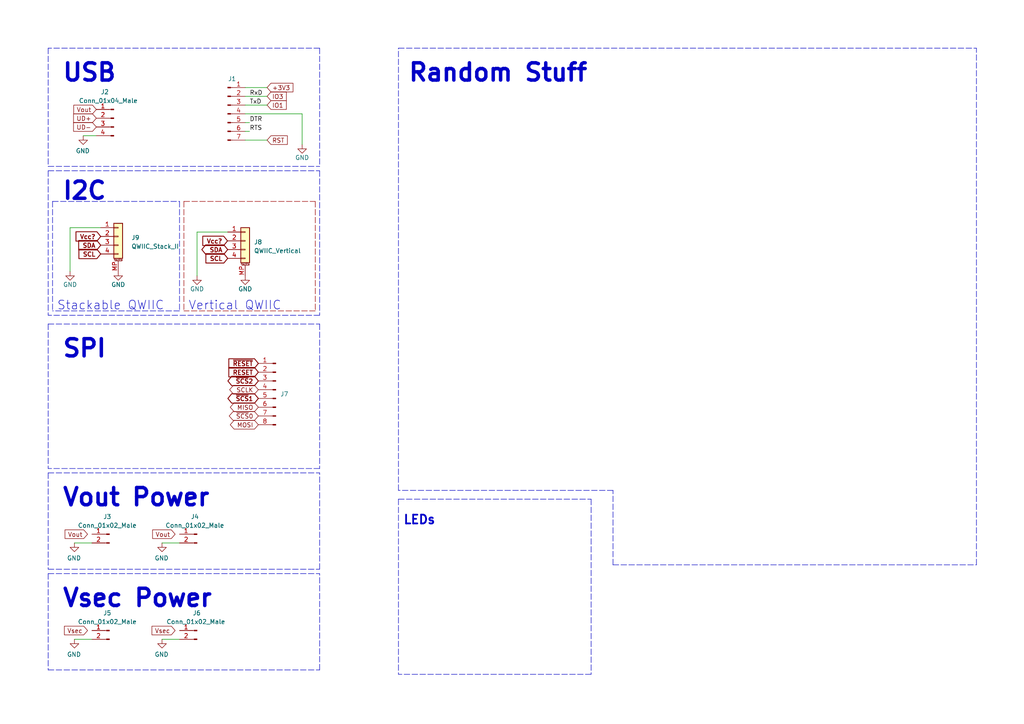
<source format=kicad_sch>
(kicad_sch (version 20211123) (generator eeschema)
  (paper "A4")
  (title_block (title "Prototype Board") (rev "0.2.2") (company "The Nerd Mage"))
  (lib_symbols
    (symbol "Connector:Conn_01x02_Male" (pin_names (offset 1.016) hide)
      (property "Reference" "J" (at 0 2.54 0))
      (property "Value" "Conn_01x02_Male" (at 0 -5.08 0))
      (symbol "Conn_01x02_Male_1_1"
        (polyline (pts (xy 1.27 -2.54) (xy 0.8636 -2.54)) (stroke (width 0.1524)))
        (polyline (pts (xy 1.27 0) (xy 0.8636 0)) (stroke (width 0.1524)))
        (rectangle (start 0.8636 -2.413) (end 0 -2.667) (stroke (width 0.1524)) (fill (type outline)))
        (rectangle (start 0.8636 0.127) (end 0 -0.127) (stroke (width 0.1524)) (fill (type outline)))
        (pin passive line (at 5.08 0 180) (length 3.81) (name "Pin_1") (number "1"))
        (pin passive line (at 5.08 -2.54 180) (length 3.81) (name "Pin_2") (number "2"))
      )
    )
    (symbol "Connector:Conn_01x04_Male" (pin_names (offset 1.016) hide)
      (property "Reference" "J" (at 0 5.08 0))
      (property "Value" "Conn_01x04_Male" (at 0 -7.62 0))
      (symbol "Conn_01x04_Male_1_1"
        (polyline (pts (xy 1.27 -5.08) (xy 0.8636 -5.08)) (stroke (width 0.1524)))
        (polyline (pts (xy 1.27 -2.54) (xy 0.8636 -2.54)) (stroke (width 0.1524)))
        (polyline (pts (xy 1.27 0) (xy 0.8636 0)) (stroke (width 0.1524)))
        (polyline (pts (xy 1.27 2.54) (xy 0.8636 2.54)) (stroke (width 0.1524)))
        (rectangle (start 0.8636 -4.953) (end 0 -5.207) (stroke (width 0.1524)) (fill (type outline)))
        (rectangle (start 0.8636 -2.413) (end 0 -2.667) (stroke (width 0.1524)) (fill (type outline)))
        (rectangle (start 0.8636 0.127) (end 0 -0.127) (stroke (width 0.1524)) (fill (type outline)))
        (rectangle (start 0.8636 2.667) (end 0 2.413) (stroke (width 0.1524)) (fill (type outline)))
        (pin passive line (at 5.08 2.54 180) (length 3.81) (name "Pin_1") (number "1"))
        (pin passive line (at 5.08 0 180) (length 3.81) (name "Pin_2") (number "2"))
        (pin passive line (at 5.08 -2.54 180) (length 3.81) (name "Pin_3") (number "3"))
        (pin passive line (at 5.08 -5.08 180) (length 3.81) (name "Pin_4") (number "4"))
      )
    )
    (symbol "Connector:Conn_01x07_Male" (pin_names (offset 1.016) hide)
      (property "Reference" "J" (at 0 10.16 0))
      (property "Value" "Conn_01x07_Male" (at 0 -10.16 0))
      (symbol "Conn_01x07_Male_1_1"
        (polyline (pts (xy 1.27 -7.62) (xy 0.8636 -7.62)) (stroke (width 0.1524)))
        (polyline (pts (xy 1.27 -5.08) (xy 0.8636 -5.08)) (stroke (width 0.1524)))
        (polyline (pts (xy 1.27 -2.54) (xy 0.8636 -2.54)) (stroke (width 0.1524)))
        (polyline (pts (xy 1.27 0) (xy 0.8636 0)) (stroke (width 0.1524)))
        (polyline (pts (xy 1.27 2.54) (xy 0.8636 2.54)) (stroke (width 0.1524)))
        (polyline (pts (xy 1.27 5.08) (xy 0.8636 5.08)) (stroke (width 0.1524)))
        (polyline (pts (xy 1.27 7.62) (xy 0.8636 7.62)) (stroke (width 0.1524)))
        (rectangle (start 0.8636 -7.493) (end 0 -7.747) (stroke (width 0.1524)) (fill (type outline)))
        (rectangle (start 0.8636 -4.953) (end 0 -5.207) (stroke (width 0.1524)) (fill (type outline)))
        (rectangle (start 0.8636 -2.413) (end 0 -2.667) (stroke (width 0.1524)) (fill (type outline)))
        (rectangle (start 0.8636 0.127) (end 0 -0.127) (stroke (width 0.1524)) (fill (type outline)))
        (rectangle (start 0.8636 2.667) (end 0 2.413) (stroke (width 0.1524)) (fill (type outline)))
        (rectangle (start 0.8636 5.207) (end 0 4.953) (stroke (width 0.1524)) (fill (type outline)))
        (rectangle (start 0.8636 7.747) (end 0 7.493) (stroke (width 0.1524)) (fill (type outline)))
        (pin passive line (at 5.08 7.62 180) (length 3.81) (name "Pin_1") (number "1"))
        (pin passive line (at 5.08 5.08 180) (length 3.81) (name "Pin_2") (number "2"))
        (pin passive line (at 5.08 2.54 180) (length 3.81) (name "Pin_3") (number "3"))
        (pin passive line (at 5.08 0 180) (length 3.81) (name "Pin_4") (number "4"))
        (pin passive line (at 5.08 -2.54 180) (length 3.81) (name "Pin_5") (number "5"))
        (pin passive line (at 5.08 -5.08 180) (length 3.81) (name "Pin_6") (number "6"))
        (pin passive line (at 5.08 -7.62 180) (length 3.81) (name "Pin_7") (number "7"))
      )
    )
    (symbol "Connector:Conn_01x08_Male" (pin_names (offset 1.016) hide)
      (property "Reference" "J" (at 0 10.16 0))
      (property "Value" "Conn_01x08_Male" (at 0 -12.7 0))
      (symbol "Conn_01x08_Male_1_1"
        (polyline (pts (xy 1.27 -10.16) (xy 0.8636 -10.16)) (stroke (width 0.1524)))
        (polyline (pts (xy 1.27 -7.62) (xy 0.8636 -7.62)) (stroke (width 0.1524)))
        (polyline (pts (xy 1.27 -5.08) (xy 0.8636 -5.08)) (stroke (width 0.1524)))
        (polyline (pts (xy 1.27 -2.54) (xy 0.8636 -2.54)) (stroke (width 0.1524)))
        (polyline (pts (xy 1.27 0) (xy 0.8636 0)) (stroke (width 0.1524)))
        (polyline (pts (xy 1.27 2.54) (xy 0.8636 2.54)) (stroke (width 0.1524)))
        (polyline (pts (xy 1.27 5.08) (xy 0.8636 5.08)) (stroke (width 0.1524)))
        (polyline (pts (xy 1.27 7.62) (xy 0.8636 7.62)) (stroke (width 0.1524)))
        (rectangle (start 0.8636 -10.033) (end 0 -10.287) (stroke (width 0.1524)) (fill (type outline)))
        (rectangle (start 0.8636 -7.493) (end 0 -7.747) (stroke (width 0.1524)) (fill (type outline)))
        (rectangle (start 0.8636 -4.953) (end 0 -5.207) (stroke (width 0.1524)) (fill (type outline)))
        (rectangle (start 0.8636 -2.413) (end 0 -2.667) (stroke (width 0.1524)) (fill (type outline)))
        (rectangle (start 0.8636 0.127) (end 0 -0.127) (stroke (width 0.1524)) (fill (type outline)))
        (rectangle (start 0.8636 2.667) (end 0 2.413) (stroke (width 0.1524)) (fill (type outline)))
        (rectangle (start 0.8636 5.207) (end 0 4.953) (stroke (width 0.1524)) (fill (type outline)))
        (rectangle (start 0.8636 7.747) (end 0 7.493) (stroke (width 0.1524)) (fill (type outline)))
        (pin passive line (at 5.08 7.62 180) (length 3.81) (name "Pin_1") (number "1"))
        (pin passive line (at 5.08 5.08 180) (length 3.81) (name "Pin_2") (number "2"))
        (pin passive line (at 5.08 2.54 180) (length 3.81) (name "Pin_3") (number "3"))
        (pin passive line (at 5.08 0 180) (length 3.81) (name "Pin_4") (number "4"))
        (pin passive line (at 5.08 -2.54 180) (length 3.81) (name "Pin_5") (number "5"))
        (pin passive line (at 5.08 -5.08 180) (length 3.81) (name "Pin_6") (number "6"))
        (pin passive line (at 5.08 -7.62 180) (length 3.81) (name "Pin_7") (number "7"))
        (pin passive line (at 5.08 -10.16 180) (length 3.81) (name "Pin_8") (number "8"))
      )
    )
    (symbol "Connector_Generic_MountingPin:Conn_01x04_MountingPin" (pin_names (offset 1.016) hide)
      (property "Reference" "J" (at 0 5.08 0))
      (property "Value" "Conn_01x04_MountingPin" (at 1.27 -7.62 0))
      (symbol "Conn_01x04_MountingPin_1_1"
        (rectangle (start -1.27 -4.953) (end 0 -5.207) (stroke (width 0.1524)))
        (rectangle (start -1.27 -2.413) (end 0 -2.667) (stroke (width 0.1524)))
        (rectangle (start -1.27 0.127) (end 0 -0.127) (stroke (width 0.1524)))
        (rectangle (start -1.27 2.667) (end 0 2.413) (stroke (width 0.1524)))
        (rectangle (start -1.27 3.81) (end 1.27 -6.35) (stroke (width 0.254)) (fill (type background)))
        (polyline (pts (xy -1.016 -7.112) (xy 1.016 -7.112)) (stroke (width 0.1524)))
        (text "Mounting" (at 0 -6.731 0) (effects (font (size 0.381 0.381))))
        (pin passive line (at -5.08 2.54 0) (length 3.81) (name "Pin_1") (number "1"))
        (pin passive line (at -5.08 0 0) (length 3.81) (name "Pin_2") (number "2"))
        (pin passive line (at -5.08 -2.54 0) (length 3.81) (name "Pin_3") (number "3"))
        (pin passive line (at -5.08 -5.08 0) (length 3.81) (name "Pin_4") (number "4"))
        (pin passive line (at 0 -10.16 90) (length 3.048) (name "MountPin") (number "MP"))
      )
    )
    (symbol "Connector_QWIIC_Stackable:QWIIC_Stackable" (pin_names (offset 1.016) hide)
      (property "Reference" "J" (at 0 5.08 0))
      (property "Value" "QWIIC_Stackable" (at 1.27 -7.62 0))
      (symbol "QWIIC_Stackable_1_1"
        (rectangle (start -1.27 -4.953) (end 0 -5.207) (stroke (width 0.1524)))
        (rectangle (start -1.27 -2.413) (end 0 -2.667) (stroke (width 0.1524)))
        (rectangle (start -1.27 0.127) (end 0 -0.127) (stroke (width 0.1524)))
        (rectangle (start -1.27 2.667) (end 0 2.413) (stroke (width 0.1524)))
        (rectangle (start -1.27 3.81) (end 1.27 -6.35) (stroke (width 0.254)) (fill (type background)))
        (polyline (pts (xy -1.016 -7.112) (xy 1.016 -7.112)) (stroke (width 0.1524)))
        (text "Mounting" (at 0 -6.731 0) (effects (font (size 0.381 0.381))))
        (pin passive line (at -5.08 2.54 0) (length 3.81) (name "Pin_1") (number "1"))
        (pin passive line (at -5.08 0 0) (length 3.81) (name "Pin_2") (number "2"))
        (pin passive line (at -5.08 -2.54 0) (length 3.81) (name "Pin_3") (number "3"))
        (pin passive line (at -5.08 -5.08 0) (length 3.81) (name "Pin_4") (number "4"))
        (pin passive line (at 0 -10.16 90) (length 3.048) (name "MountPin") (number "MP"))
      )
    )
    (symbol "power:GND" (power) (pin_names (offset 0))
      (property "Value" "GND" (at 0 -3.81 0))
      (symbol "GND_0_1"
        (polyline (pts (xy 0 0) (xy 0 -1.27) (xy 1.27 -1.27) (xy 0 -2.54) (xy -1.27 -1.27) (xy 0 -1.27)))
      )
      (symbol "GND_1_1"
        (pin power_in line (at 0 0 270) (length 0) hide (name "GND") (number "1"))
      )
    )
  )
  (polyline (pts (xy 115.57 144.78) (xy 171.45 144.78)))
  (wire (pts (xy 71.12 25.4) (xy 77.47 25.4)))
  (polyline (pts (xy 13.97 194.31) (xy 92.71 194.31)))
  (polyline (pts (xy 115.57 144.78) (xy 115.57 195.58)))
  (polyline (pts (xy 92.71 194.31) (xy 92.71 166.37)))
  (polyline (pts (xy 92.71 91.44) (xy 13.97 91.44)))
  (polyline (pts (xy 53.34 58.42) (xy 91.44 58.42)) (stroke (width 0) (color 155 0 0 1)))
  (wire (pts (xy 71.12 30.48) (xy 77.47 30.48)))
  (wire (pts (xy 29.21 66.04) (xy 20.32 66.04)))
  (polyline (pts (xy 53.34 58.42) (xy 53.34 90.17)) (stroke (width 0) (color 155 0 0 1)))
  (polyline (pts (xy 13.97 49.53) (xy 92.71 49.53)))
  (polyline (pts (xy 13.97 166.37) (xy 92.71 166.37)))
  (polyline (pts (xy 92.71 93.98) (xy 92.71 135.89)))
  (polyline (pts (xy 171.45 195.58) (xy 115.57 195.58)))
  (polyline (pts (xy 15.24 58.42) (xy 52.07 58.42)))
  (wire (pts (xy 27.94 39.37) (xy 24.13 39.37)))
  (polyline (pts (xy 115.57 142.24) (xy 115.57 13.97)))
  (polyline (pts (xy 92.71 13.97) (xy 13.97 13.97)))
  (polyline (pts (xy 91.44 58.42) (xy 91.44 90.17)) (stroke (width 0) (color 155 0 0 1)))
  (wire (pts (xy 66.04 69.85) (xy 65.9851 69.8684)))
  (polyline (pts (xy 15.24 58.42) (xy 15.24 90.17)))
  (wire (pts (xy 71.12 40.64) (xy 77.47 40.64)))
  (polyline (pts (xy 115.57 13.97) (xy 283.21 13.97)))
  (polyline (pts (xy 177.8 142.24) (xy 115.57 142.24)))
  (wire (pts (xy 87.63 33.02) (xy 71.12 33.02)))
  (polyline (pts (xy 13.97 137.16) (xy 13.97 165.1)))
  (polyline (pts (xy 92.71 49.53) (xy 92.71 91.44)))
  (wire (pts (xy 46.99 157.48) (xy 52.07 157.48)))
  (wire (pts (xy 21.59 157.48) (xy 26.67 157.48)))
  (wire (pts (xy 71.12 38.1) (xy 72.39 38.1)))
  (polyline (pts (xy 177.8 163.83) (xy 177.8 142.24)))
  (polyline (pts (xy 13.97 93.98) (xy 92.71 93.98)))
  (wire (pts (xy 71.12 27.94) (xy 77.47 27.94)))
  (wire (pts (xy 57.15 67.31) (xy 57.15 80.01)))
  (polyline (pts (xy 13.97 166.37) (xy 13.97 194.31)))
  (polyline (pts (xy 91.44 90.17) (xy 53.34 90.17)) (stroke (width 0) (color 155 0 0 1)))
  (polyline (pts (xy 13.97 13.97) (xy 13.97 48.26)))
  (wire (pts (xy 46.99 185.42) (xy 52.07 185.42)))
  (polyline (pts (xy 13.97 137.16) (xy 92.71 137.16)))
  (polyline (pts (xy 52.07 90.17) (xy 15.24 90.17)))
  (wire (pts (xy 66.04 67.31) (xy 57.15 67.31)))
  (wire (pts (xy 87.63 41.91) (xy 87.63 33.02)))
  (polyline (pts (xy 52.07 58.42) (xy 52.07 90.17)))
  (polyline (pts (xy 177.8 163.83) (xy 283.21 163.83)))
  (polyline (pts (xy 92.71 165.1) (xy 92.71 137.16)))
  (wire (pts (xy 20.32 66.04) (xy 20.32 78.74)))
  (polyline (pts (xy 92.71 13.97) (xy 92.71 48.26)))
  (polyline (pts (xy 171.45 144.78) (xy 171.45 195.58)))
  (polyline (pts (xy 13.97 93.98) (xy 13.97 135.89)))
  (wire (pts (xy 71.12 35.56) (xy 72.39 35.56)))
  (polyline (pts (xy 283.21 163.83) (xy 283.21 13.97)))
  (polyline (pts (xy 13.97 48.26) (xy 92.71 48.26)))
  (polyline (pts (xy 13.97 165.1) (xy 92.71 165.1)))
  (polyline (pts (xy 92.71 135.89) (xy 13.97 135.89)))
  (wire (pts (xy 21.59 185.42) (xy 26.67 185.42)))
  (polyline (pts (xy 13.97 49.53) (xy 13.97 91.44)))
  (text "Vout Power" (at 17.78 147.32 0) (effects (font (size 5 5) (thickness 1) bold) (justify left bottom)))
  (text "I2C" (at 17.78 58.42 0) (effects (font (size 5 5) (thickness 1) bold) (justify left bottom)))
  (text "Stackable QWIIC" (at 16.51 90.17 0) (effects (font (size 2.54 2.54)) (justify left bottom)))
  (text "SPI" (at 17.78 104.14 0) (effects (font (size 5 5) (thickness 1) bold) (justify left bottom)))
  (text "Vsec Power" (at 17.78 176.53 0) (effects (font (size 5 5) (thickness 1) bold) (justify left bottom)))
  (text "USB" (at 17.78 24.13 0) (effects (font (size 5 5) (thickness 1) bold) (justify left bottom)))
  (text "Random Stuff" (at 118.11 24.13 0) (effects (font (size 5 5) (thickness 1) bold) (justify left bottom)))
  (text "Vertical QWIIC" (at 54.61 90.17 0) (effects (font (size 2.54 2.54)) (justify left bottom)))
  (text "LEDs" (at 116.84 152.4 180) (effects (font (size 2.54 2.54) (thickness 0.508) bold) (justify left bottom)))
  (label "TxD" (at 72.39 30.48 0))
  (label "DTR" (at 72.39 35.56 0))
  (label "RTS" (at 72.39 38.1 0))
  (label "RxD" (at 72.39 27.94 0))
  (global_label "Vcc?" (shape input) (at 29.21 68.58 180) (effects (font (thickness 0.254) bold)) (property "Intersheet References" "${INTERSHEET_REFS}" (effects hide)))
  (global_label "Vout" (shape input) (at 27.94 31.75 180) (property "Intersheet References" "${INTERSHEET_REFS}" (effects hide)))
  (global_label "SCL" (shape input) (at 66.04 74.93 180) (effects (font (thickness 0.254) bold)) (property "Intersheet References" "${INTERSHEET_REFS}" (effects hide)))
  (global_label "~{SCS}0" (shape bidirectional) (at 74.93 120.65 180) (property "Intersheet References" "${INTERSHEET_REFS}" (effects hide)))
  (global_label "SDA" (shape bidirectional) (at 66.04 72.39 180) (effects (font bold)) (property "Intersheet References" "${INTERSHEET_REFS}" (effects hide)))
  (global_label "Vout" (shape input) (at 25.4 154.94 180) (property "Intersheet References" "${INTERSHEET_REFS}" (effects hide)))
  (global_label "MOSI" (shape bidirectional) (at 74.93 123.19 180) (property "Intersheet References" "${INTERSHEET_REFS}" (effects hide)))
  (global_label "IO3" (shape input) (at 77.47 27.94 0) (property "Intersheet References" "${INTERSHEET_REFS}" (effects hide)))
  (global_label "Vout" (shape input) (at 50.8 154.94 180) (property "Intersheet References" "${INTERSHEET_REFS}" (effects hide)))
  (global_label "Vsec" (shape input) (at 25.4 182.88 180) (property "Intersheet References" "${INTERSHEET_REFS}" (effects hide)))
  (global_label "IO1" (shape input) (at 77.47 30.48 0) (property "Intersheet References" "${INTERSHEET_REFS}" (effects hide)))
  (global_label "UD-" (shape input) (at 27.94 36.83 180) (property "Intersheet References" "${INTERSHEET_REFS}" (effects hide)))
  (global_label "~{RESET}" (shape input) (at 74.93 105.41 180) (effects (font (thickness 0.254) bold)) (property "Intersheet References" "${INTERSHEET_REFS}" (effects hide)))
  (global_label "SCLK" (shape bidirectional) (at 74.93 113.03 180) (property "Intersheet References" "${INTERSHEET_REFS}" (effects hide)))
  (global_label "SDA" (shape input) (at 29.21 71.12 180) (effects (font bold)) (property "Intersheet References" "${INTERSHEET_REFS}" (effects hide)))
  (global_label "Vcc?" (shape input) (at 65.9851 69.8684 180) (effects (font (thickness 0.254) bold)) (property "Intersheet References" "${INTERSHEET_REFS}" (effects hide)))
  (global_label "~{SCS}2" (shape bidirectional) (at 74.93 110.49 180) (effects (font (thickness 0.254) bold)) (property "Intersheet References" "${INTERSHEET_REFS}" (effects hide)))
  (global_label "+3V3" (shape input) (at 77.47 25.4 0) (property "Intersheet References" "${INTERSHEET_REFS}" (effects hide)))
  (global_label "~{SCS}1" (shape bidirectional) (at 74.93 115.57 180) (effects (font (thickness 0.254) bold)) (property "Intersheet References" "${INTERSHEET_REFS}" (effects hide)))
  (global_label "SCL" (shape input) (at 29.21 73.66 180) (effects (font (thickness 0.254) bold)) (property "Intersheet References" "${INTERSHEET_REFS}" (effects hide)))
  (global_label "MISO" (shape bidirectional) (at 74.93 118.11 180) (property "Intersheet References" "${INTERSHEET_REFS}" (effects hide)))
  (global_label "Vsec" (shape input) (at 50.8 182.88 180) (property "Intersheet References" "${INTERSHEET_REFS}" (effects hide)))
  (global_label "RESET" (shape input) (at 74.93 107.95 180) (effects (font (thickness 0.254) bold)) (property "Intersheet References" "${INTERSHEET_REFS}" (effects hide)))
  (global_label "UD+" (shape input) (at 27.94 34.29 180) (property "Intersheet References" "${INTERSHEET_REFS}" (effects hide)))
  (global_label "RST" (shape input) (at 77.47 40.64 0) (property "Intersheet References" "${INTERSHEET_REFS}" (effects hide)))
  (symbol (lib_id "Connector:Conn_01x02_Male") (at 31.75 154.94 0) (mirror y) (unit 1)
    (property "Reference" "J3" (at 31.115 149.86 0))
    (property "Value" "Conn_01x02_Male" (at 31.115 152.4 0))
    (property "Footprint" "Tinker:Board_Stacker_2" (effects hide))
    (property "LCSC" "C2938400 + C2881511" (effects hide))
  )
  (symbol (lib_id "power:GND") (at 24.13 39.37 0) (mirror y) (unit 1)
    (property "Reference" "#PWR0106" (effects hide))
    (property "Value" "GND" (at 24.003 43.7642 0))
  )
  (symbol (lib_id "Connector:Conn_01x02_Male") (at 57.15 154.94 0) (mirror y) (unit 1)
    (property "Reference" "J4" (at 56.515 149.86 0))
    (property "Value" "Conn_01x02_Male" (at 56.515 152.4 0))
    (property "Footprint" "Tinker:Board_Stacker_2" (effects hide))
    (property "LCSC" "C2938400 + C2881511" (effects hide))
  )
  (symbol (lib_id "power:GND") (at 57.15 80.01 0) (unit 1)
    (property "Reference" "#PWR?" (effects hide))
    (property "Value" "GND" (at 57.15 83.82 0))
  )
  (symbol (lib_id "power:GND") (at 87.63 41.91 0) (unit 1)
    (property "Reference" "#PWR0103" (effects hide))
    (property "Value" "GND" (at 87.63 45.72 0))
  )
  (symbol (lib_id "Connector_Generic_MountingPin:Conn_01x04_MountingPin") (at 71.12 69.85 0) (unit 1) (in_bom no) (on_board no)
    (property "Reference" "J8" (at 73.66 70.2055 0) (effects (justify left)))
    (property "Value" "QWIIC_Vertical" (at 73.66 72.7455 0) (effects (justify left)))
    (property "Footprint" "Tinker:QWIIC_Vertical" (effects hide))
    (property "LCSC" "C145961" (effects hide))
  )
  (symbol (lib_id "power:GND") (at 21.59 157.48 0) (mirror y) (unit 1)
    (property "Reference" "#PWR0104" (effects hide))
    (property "Value" "GND" (at 21.463 161.8742 0))
  )
  (symbol (lib_id "power:GND") (at 46.99 185.42 0) (mirror y) (unit 1)
    (property "Reference" "#PWR0101" (effects hide))
    (property "Value" "GND" (at 46.863 189.8142 0))
  )
  (symbol (lib_id "power:GND") (at 46.99 157.48 0) (mirror y) (unit 1)
    (property "Reference" "#PWR0102" (effects hide))
    (property "Value" "GND" (at 46.863 161.8742 0))
  )
  (symbol (lib_id "power:GND") (at 21.59 185.42 0) (mirror y) (unit 1)
    (property "Reference" "#PWR0120" (effects hide))
    (property "Value" "GND" (at 21.463 189.8142 0))
  )
  (symbol (lib_id "Connector:Conn_01x07_Male") (at 66.04 33.02 0) (unit 1) (in_bom no) (on_board no)
    (property "Reference" "J1" (at 67.31 22.86 0))
    (property "Value" "Conn_01x07_Male" (effects hide))
    (property "Footprint" "Tinker:Board_Stacker_7" (effects hide))
    (property "Note" "Footprint only" (effects hide))
  )
  (symbol (lib_id "Connector_QWIIC_Stackable:QWIIC_Stackable") (at 34.29 68.58 0) (unit 1)
    (property "Reference" "J9" (at 38.1 68.9355 0) (effects (justify left)))
    (property "Value" "QWIIC_Stack_II" (at 38.1 71.4755 0) (effects (justify left)))
    (property "Footprint" "Tinker:QWIIC_Stack_II" (effects hide))
    (property "LCSC" "C145956 + C2938401 + C2881513" (effects hide))
  )
  (symbol (lib_id "Connector:Conn_01x02_Male") (at 57.15 182.88 0) (mirror y) (unit 1)
    (property "Reference" "J6" (at 55.88 177.8 0) (effects (justify right)))
    (property "Value" "Conn_01x02_Male" (at 48.26 180.34 0) (effects (justify right)))
    (property "Footprint" "Tinker:Board_Stacker_2" (effects hide))
    (property "LCSC" "C2938400 + C2881511" (effects hide))
  )
  (symbol (lib_id "power:GND") (at 34.29 78.74 0) (unit 1)
    (property "Reference" "#PWR0123" (effects hide))
    (property "Value" "GND" (at 34.29 82.55 0))
  )
  (symbol (lib_id "Connector:Conn_01x08_Male") (at 80.01 113.03 0) (mirror y) (unit 1)
    (property "Reference" "J7" (at 81.28 114.2999 0) (effects (justify right)))
    (property "Value" "Conn_01x08_Male" (effects hide))
    (property "Footprint" "Tinker:PinHeader_2x04_P1.27mm_Vertical" (effects hide))
    (property "LCSC" "C2881786 + C2684732" (effects hide))
  )
  (symbol (lib_id "power:GND") (at 71.12 80.01 0) (unit 1)
    (property "Reference" "#PWR?" (effects hide))
    (property "Value" "GND" (at 71.12 83.82 0))
  )
  (symbol (lib_id "Connector:Conn_01x04_Male") (at 33.02 34.29 0) (mirror y) (unit 1)
    (property "Reference" "J2" (at 29.21 26.67 0) (effects (justify right)))
    (property "Value" "Conn_01x04_Male" (at 22.86 29.21 0) (effects (justify right)))
    (property "Footprint" "Tinker:Board_Stacker_4" (effects hide))
    (property "LCSC" "C2938401 + C2881513" (effects hide))
  )
  (symbol (lib_id "power:GND") (at 20.32 78.74 0) (unit 1)
    (property "Reference" "#PWR0124" (effects hide))
    (property "Value" "GND" (at 20.32 82.55 0))
  )
  (symbol (lib_id "Connector:Conn_01x02_Male") (at 31.75 182.88 0) (mirror y) (unit 1)
    (property "Reference" "J5" (at 31.115 177.8 0))
    (property "Value" "Conn_01x02_Male" (at 31.115 180.34 0))
    (property "Footprint" "Tinker:Board_Stacker_2" (effects hide))
    (property "LCSC" "C2938400 + C2881511" (effects hide))
  )
)
</source>
